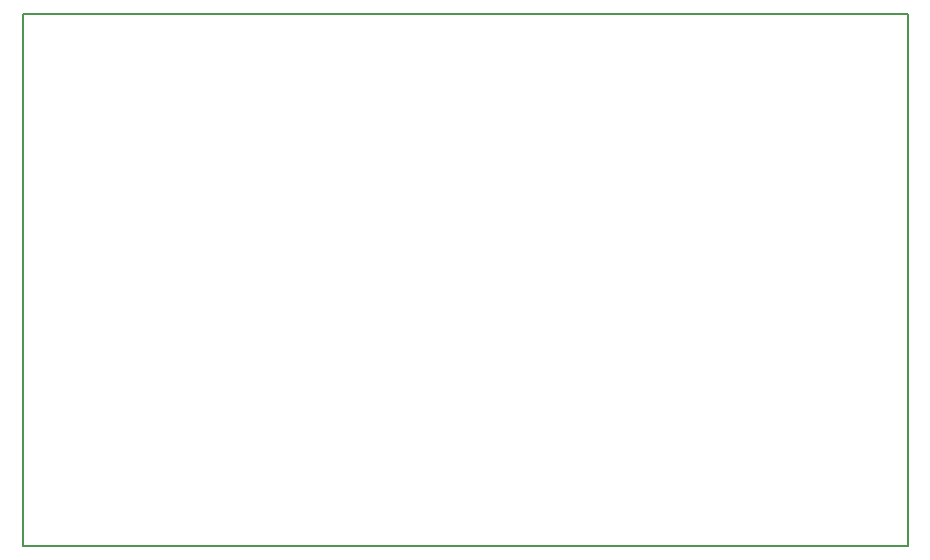
<source format=gm1>
G04 #@! TF.GenerationSoftware,KiCad,Pcbnew,(5.1.4)-1*
G04 #@! TF.CreationDate,2020-10-15T08:41:29-04:00*
G04 #@! TF.ProjectId,i2c_pancake,6932635f-7061-46e6-9361-6b652e6b6963,rev?*
G04 #@! TF.SameCoordinates,Original*
G04 #@! TF.FileFunction,Profile,NP*
%FSLAX46Y46*%
G04 Gerber Fmt 4.6, Leading zero omitted, Abs format (unit mm)*
G04 Created by KiCad (PCBNEW (5.1.4)-1) date 2020-10-15 08:41:29*
%MOMM*%
%LPD*%
G04 APERTURE LIST*
%ADD10C,0.150000*%
G04 APERTURE END LIST*
D10*
X89662000Y-134239000D02*
X164554000Y-134239000D01*
X89662000Y-89253000D02*
X164554000Y-89253000D01*
X164554000Y-89253000D02*
X164554000Y-134239000D01*
X89662000Y-89253000D02*
X89662000Y-134239000D01*
M02*

</source>
